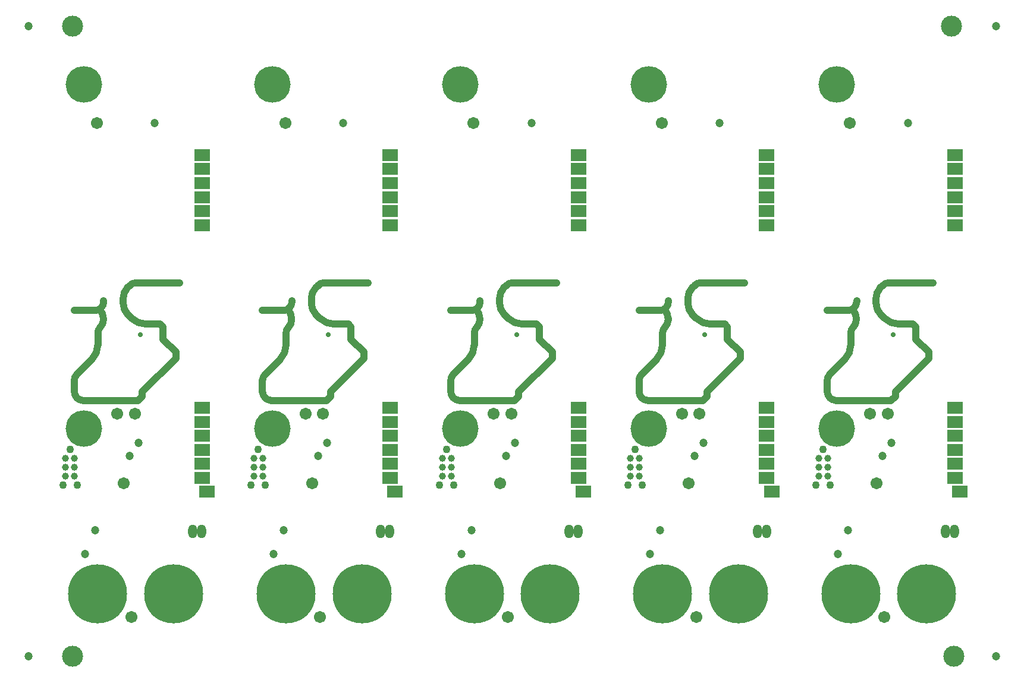
<source format=gts>
G04*
G04 #@! TF.GenerationSoftware,Altium Limited,Altium Designer,20.1.14 (287)*
G04*
G04 Layer_Color=8388736*
%FSAX25Y25*%
%MOIN*%
G70*
G04*
G04 #@! TF.SameCoordinates,1811FDE6-F90D-4AF7-B065-783B26A83BD4*
G04*
G04*
G04 #@! TF.FilePolarity,Negative*
G04*
G01*
G75*
%ADD10C,0.03937*%
%ADD16C,0.04724*%
%ADD21C,0.03937*%
%ADD81C,0.11811*%
%ADD82R,0.08674X0.06706*%
%ADD83C,0.33084*%
%ADD84C,0.03910*%
%ADD85C,0.04737*%
%ADD86C,0.06706*%
%ADD87O,0.05131X0.07690*%
%ADD88C,0.20485*%
%ADD89C,0.04343*%
%ADD90C,0.02769*%
D10*
X0056851Y0214172D02*
D03*
X0162364D02*
D03*
X0267878D02*
D03*
X0373391D02*
D03*
X0478904D02*
D03*
D16*
X0046458Y0072046D02*
D03*
X0052166Y0085275D02*
D03*
X0071418Y0127204D02*
D03*
X0076458Y0134330D02*
D03*
X0151971Y0072046D02*
D03*
X0157679Y0085275D02*
D03*
X0176932Y0127204D02*
D03*
X0181971Y0134330D02*
D03*
X0257484Y0072046D02*
D03*
X0263193Y0085275D02*
D03*
X0282445Y0127204D02*
D03*
X0287484Y0134330D02*
D03*
X0362997Y0072046D02*
D03*
X0368706Y0085275D02*
D03*
X0387958Y0127204D02*
D03*
X0392997Y0134330D02*
D03*
X0468510Y0072046D02*
D03*
X0474219Y0085275D02*
D03*
X0493471Y0127204D02*
D03*
X0498511Y0134330D02*
D03*
D21*
X0067757Y0212637D02*
G03*
X0070346Y0206386I0008839J0000000D01*
G01*
X0072263Y0204470D02*
G03*
X0080798Y0200934I0008535J0008535D01*
G01*
X0041745Y0172688D02*
G03*
X0040367Y0169361I0003327J-0003327D01*
G01*
X0050048Y0180991D02*
G03*
X0053584Y0189527I-0008535J0008535D01*
G01*
X0054883Y0199172D02*
G03*
X0053584Y0196036I0003137J-0003137D01*
G01*
X0054883Y0199172D02*
G03*
X0056694Y0203545I-0004372J0004372D01*
G01*
Y0203939D02*
G03*
X0054465Y0209319I-0007609J0000000D01*
G01*
X0070146Y0221286D02*
G03*
X0067757Y0215518I0005767J-0005767D01*
G01*
X0074775Y0224133D02*
G03*
X0071733Y0222873I0000000J-0004301D01*
G01*
X0051851Y0208582D02*
G03*
X0056851Y0213582I0000000J0005000D01*
G01*
X0040367Y0163189D02*
G03*
X0045367Y0158189I0005000J0000000D01*
G01*
X0070346Y0206386D02*
X0072263Y0204470D01*
X0080798Y0200934D02*
X0082821D01*
X0088406D01*
X0089947Y0199393D01*
Y0192536D02*
Y0199393D01*
Y0192536D02*
X0097228Y0185256D01*
Y0181635D02*
Y0185256D01*
X0078506Y0162913D02*
X0097228Y0181635D01*
X0078506Y0160563D02*
Y0162913D01*
X0076118Y0158175D02*
X0078506Y0160563D01*
X0040367Y0163189D02*
Y0169361D01*
X0041745Y0172688D02*
X0050048Y0180991D01*
X0053584Y0189527D02*
Y0196036D01*
X0056694Y0203545D02*
Y0203939D01*
X0067757Y0212637D02*
Y0215518D01*
X0070146Y0221286D02*
X0071733Y0222873D01*
X0074775Y0224133D02*
X0099528D01*
X0056851Y0213582D02*
Y0214172D01*
X0040367Y0208582D02*
X0051851D01*
X0045367Y0158189D02*
X0076118D01*
X0173270Y0212637D02*
G03*
X0175859Y0206386I0008839J0000000D01*
G01*
X0177776Y0204470D02*
G03*
X0186311Y0200934I0008535J0008535D01*
G01*
X0147258Y0172688D02*
G03*
X0145880Y0169361I0003327J-0003327D01*
G01*
X0155561Y0180991D02*
G03*
X0159097Y0189527I-0008535J0008535D01*
G01*
X0160396Y0199172D02*
G03*
X0159097Y0196036I0003137J-0003137D01*
G01*
X0160396Y0199172D02*
G03*
X0162207Y0203545I-0004372J0004372D01*
G01*
Y0203939D02*
G03*
X0159978Y0209319I-0007609J0000000D01*
G01*
X0175659Y0221286D02*
G03*
X0173270Y0215518I0005767J-0005767D01*
G01*
X0180288Y0224133D02*
G03*
X0177246Y0222873I0000000J-0004301D01*
G01*
X0157364Y0208582D02*
G03*
X0162364Y0213582I0000000J0005000D01*
G01*
X0145880Y0163189D02*
G03*
X0150880Y0158189I0005000J0000000D01*
G01*
X0175859Y0206386D02*
X0177776Y0204470D01*
X0186311Y0200934D02*
X0188334D01*
X0193920D01*
X0195460Y0199393D01*
Y0192536D02*
Y0199393D01*
Y0192536D02*
X0202741Y0185256D01*
Y0181635D02*
Y0185256D01*
X0184019Y0162913D02*
X0202741Y0181635D01*
X0184019Y0160563D02*
Y0162913D01*
X0181631Y0158175D02*
X0184019Y0160563D01*
X0145880Y0163189D02*
Y0169361D01*
X0147258Y0172688D02*
X0155561Y0180991D01*
X0159097Y0189527D02*
Y0196036D01*
X0162207Y0203545D02*
Y0203939D01*
X0173270Y0212637D02*
Y0215518D01*
X0175659Y0221286D02*
X0177246Y0222873D01*
X0180288Y0224133D02*
X0205042D01*
X0162364Y0213582D02*
Y0214172D01*
X0145880Y0208582D02*
X0157364D01*
X0150880Y0158189D02*
X0181631D01*
X0278783Y0212637D02*
G03*
X0281372Y0206386I0008839J0000000D01*
G01*
X0283289Y0204470D02*
G03*
X0291825Y0200934I0008535J0008535D01*
G01*
X0252772Y0172688D02*
G03*
X0251394Y0169361I0003327J-0003327D01*
G01*
X0261074Y0180991D02*
G03*
X0264610Y0189527I-0008535J0008535D01*
G01*
X0265909Y0199172D02*
G03*
X0264610Y0196036I0003137J-0003137D01*
G01*
X0265909Y0199172D02*
G03*
X0267720Y0203545I-0004372J0004372D01*
G01*
Y0203939D02*
G03*
X0265492Y0209319I-0007609J0000000D01*
G01*
X0281172Y0221286D02*
G03*
X0278783Y0215518I0005767J-0005767D01*
G01*
X0285801Y0224133D02*
G03*
X0282760Y0222873I0000000J-0004301D01*
G01*
X0262878Y0208582D02*
G03*
X0267878Y0213582I0000000J0005000D01*
G01*
X0251394Y0163189D02*
G03*
X0256394Y0158189I0005000J0000000D01*
G01*
X0281372Y0206386D02*
X0283289Y0204470D01*
X0291825Y0200934D02*
X0293847D01*
X0299433D01*
X0300974Y0199393D01*
Y0192536D02*
Y0199393D01*
Y0192536D02*
X0308254Y0185256D01*
Y0181635D02*
Y0185256D01*
X0289533Y0162913D02*
X0308254Y0181635D01*
X0289533Y0160563D02*
Y0162913D01*
X0287144Y0158175D02*
X0289533Y0160563D01*
X0251394Y0163189D02*
Y0169361D01*
X0252772Y0172688D02*
X0261074Y0180991D01*
X0264610Y0189527D02*
Y0196036D01*
X0267720Y0203545D02*
Y0203939D01*
X0278783Y0212637D02*
Y0215518D01*
X0281172Y0221286D02*
X0282760Y0222873D01*
X0285801Y0224133D02*
X0310555D01*
X0267878Y0213582D02*
Y0214172D01*
X0251394Y0208582D02*
X0262878D01*
X0256394Y0158189D02*
X0287144D01*
X0384296Y0212637D02*
G03*
X0386885Y0206386I0008839J0000000D01*
G01*
X0388802Y0204470D02*
G03*
X0397338Y0200934I0008535J0008535D01*
G01*
X0358285Y0172688D02*
G03*
X0356907Y0169361I0003327J-0003327D01*
G01*
X0366588Y0180991D02*
G03*
X0370123Y0189527I-0008535J0008535D01*
G01*
X0371423Y0199172D02*
G03*
X0370123Y0196036I0003137J-0003137D01*
G01*
X0371423Y0199172D02*
G03*
X0373234Y0203545I-0004372J0004372D01*
G01*
Y0203939D02*
G03*
X0371005Y0209319I-0007609J0000000D01*
G01*
X0386685Y0221286D02*
G03*
X0384296Y0215518I0005767J-0005767D01*
G01*
X0391314Y0224133D02*
G03*
X0388273Y0222873I0000000J-0004301D01*
G01*
X0368391Y0208582D02*
G03*
X0373391Y0213582I0000000J0005000D01*
G01*
X0356907Y0163189D02*
G03*
X0361907Y0158189I0005000J0000000D01*
G01*
X0386885Y0206386D02*
X0388802Y0204470D01*
X0397338Y0200934D02*
X0399360D01*
X0404946D01*
X0406487Y0199393D01*
Y0192536D02*
Y0199393D01*
Y0192536D02*
X0413767Y0185256D01*
Y0181635D02*
Y0185256D01*
X0395046Y0162913D02*
X0413767Y0181635D01*
X0395046Y0160563D02*
Y0162913D01*
X0392657Y0158175D02*
X0395046Y0160563D01*
X0356907Y0163189D02*
Y0169361D01*
X0358285Y0172688D02*
X0366588Y0180991D01*
X0370123Y0189527D02*
Y0196036D01*
X0373234Y0203545D02*
Y0203939D01*
X0384296Y0212637D02*
Y0215518D01*
X0386685Y0221286D02*
X0388273Y0222873D01*
X0391314Y0224133D02*
X0416068D01*
X0373391Y0213582D02*
Y0214172D01*
X0356907Y0208582D02*
X0368391D01*
X0361907Y0158189D02*
X0392657D01*
X0489810Y0212637D02*
G03*
X0492399Y0206386I0008839J0000000D01*
G01*
X0494315Y0204470D02*
G03*
X0502851Y0200934I0008535J0008535D01*
G01*
X0463798Y0172688D02*
G03*
X0462420Y0169361I0003327J-0003327D01*
G01*
X0472101Y0180991D02*
G03*
X0475636Y0189527I-0008535J0008535D01*
G01*
X0476936Y0199172D02*
G03*
X0475636Y0196036I0003137J-0003137D01*
G01*
X0476936Y0199172D02*
G03*
X0478747Y0203545I-0004372J0004372D01*
G01*
Y0203939D02*
G03*
X0476518Y0209319I-0007609J0000000D01*
G01*
X0492199Y0221286D02*
G03*
X0489810Y0215518I0005767J-0005767D01*
G01*
X0496828Y0224133D02*
G03*
X0493786Y0222873I0000000J-0004301D01*
G01*
X0473904Y0208582D02*
G03*
X0478904Y0213582I0000000J0005000D01*
G01*
X0462420Y0163189D02*
G03*
X0467420Y0158189I0005000J0000000D01*
G01*
X0492399Y0206386D02*
X0494315Y0204470D01*
X0502851Y0200934D02*
X0504874D01*
X0510459D01*
X0512000Y0199393D01*
Y0192536D02*
Y0199393D01*
Y0192536D02*
X0519281Y0185256D01*
Y0181635D02*
Y0185256D01*
X0500559Y0162913D02*
X0519281Y0181635D01*
X0500559Y0160563D02*
Y0162913D01*
X0498171Y0158175D02*
X0500559Y0160563D01*
X0462420Y0163189D02*
Y0169361D01*
X0463798Y0172688D02*
X0472101Y0180991D01*
X0475636Y0189527D02*
Y0196036D01*
X0478747Y0203545D02*
Y0203939D01*
X0489810Y0212637D02*
Y0215518D01*
X0492199Y0221286D02*
X0493786Y0222873D01*
X0496828Y0224133D02*
X0521581D01*
X0478904Y0213582D02*
Y0214172D01*
X0462420Y0208582D02*
X0473904D01*
X0467420Y0158189D02*
X0498171D01*
D81*
X0039370Y0367913D02*
D03*
X0533543Y0014764D02*
D03*
X0531890Y0367913D02*
D03*
X0039370Y0014764D02*
D03*
D82*
X0114706Y0107002D02*
D03*
X0111890Y0146221D02*
D03*
Y0138347D02*
D03*
Y0122599D02*
D03*
X0111969Y0114725D02*
D03*
X0111890Y0130473D02*
D03*
X0111969Y0154095D02*
D03*
X0111969Y0295827D02*
D03*
X0111890Y0272205D02*
D03*
X0111969Y0256457D02*
D03*
X0111890Y0264331D02*
D03*
Y0280079D02*
D03*
Y0287953D02*
D03*
X0220219Y0107002D02*
D03*
X0217403Y0146221D02*
D03*
Y0138347D02*
D03*
Y0122599D02*
D03*
X0217482Y0114725D02*
D03*
X0217403Y0130473D02*
D03*
X0217482Y0154095D02*
D03*
X0217482Y0295827D02*
D03*
X0217403Y0272205D02*
D03*
X0217482Y0256457D02*
D03*
X0217403Y0264331D02*
D03*
Y0280079D02*
D03*
Y0287953D02*
D03*
X0325732Y0107002D02*
D03*
X0322916Y0146221D02*
D03*
Y0138347D02*
D03*
Y0122599D02*
D03*
X0322995Y0114725D02*
D03*
X0322916Y0130473D02*
D03*
X0322995Y0154095D02*
D03*
X0322995Y0295827D02*
D03*
X0322916Y0272205D02*
D03*
X0322995Y0256457D02*
D03*
X0322916Y0264331D02*
D03*
Y0280079D02*
D03*
Y0287953D02*
D03*
X0431245Y0107002D02*
D03*
X0428430Y0146221D02*
D03*
Y0138347D02*
D03*
Y0122599D02*
D03*
X0428508Y0114725D02*
D03*
X0428430Y0130473D02*
D03*
X0428508Y0154095D02*
D03*
X0428508Y0295827D02*
D03*
X0428430Y0272205D02*
D03*
X0428508Y0256457D02*
D03*
X0428430Y0264331D02*
D03*
Y0280079D02*
D03*
Y0287953D02*
D03*
X0536759Y0107002D02*
D03*
X0533943Y0146221D02*
D03*
Y0138347D02*
D03*
Y0122599D02*
D03*
X0534021Y0114725D02*
D03*
X0533943Y0130473D02*
D03*
X0534021Y0154095D02*
D03*
X0534022Y0295827D02*
D03*
X0533943Y0272205D02*
D03*
X0534022Y0256457D02*
D03*
X0533943Y0264331D02*
D03*
Y0280079D02*
D03*
Y0287953D02*
D03*
D83*
X0053544Y0049605D02*
D03*
X0096064D02*
D03*
X0159057D02*
D03*
X0201577D02*
D03*
X0264571D02*
D03*
X0307090D02*
D03*
X0370084D02*
D03*
X0412604D02*
D03*
X0475597D02*
D03*
X0518117D02*
D03*
D84*
X0035532Y0125708D02*
D03*
X0040532D02*
D03*
X0035532Y0120708D02*
D03*
X0040532D02*
D03*
X0035532Y0115708D02*
D03*
X0040532D02*
D03*
X0141046Y0125708D02*
D03*
X0146046D02*
D03*
X0141046Y0120708D02*
D03*
X0146046D02*
D03*
X0141046Y0115708D02*
D03*
X0146046D02*
D03*
X0246559Y0125708D02*
D03*
X0251559D02*
D03*
X0246559Y0120708D02*
D03*
X0251559D02*
D03*
X0246559Y0115708D02*
D03*
X0251559D02*
D03*
X0352072Y0125708D02*
D03*
X0357072D02*
D03*
X0352072Y0120708D02*
D03*
X0357072D02*
D03*
X0352072Y0115708D02*
D03*
X0357072D02*
D03*
X0457585Y0125708D02*
D03*
X0462585D02*
D03*
X0457585Y0120708D02*
D03*
X0462585D02*
D03*
X0457585Y0115708D02*
D03*
X0462585D02*
D03*
D85*
X0014764Y0014764D02*
D03*
X0556890D02*
D03*
Y0367913D02*
D03*
X0014764D02*
D03*
X0085551Y0313780D02*
D03*
X0191064D02*
D03*
X0296578D02*
D03*
X0402091D02*
D03*
X0507604D02*
D03*
D86*
X0053150Y0313779D02*
D03*
X0068111Y0111810D02*
D03*
X0072442Y0036613D02*
D03*
X0074292Y0150708D02*
D03*
X0064450D02*
D03*
X0158664Y0313779D02*
D03*
X0173624Y0111810D02*
D03*
X0177955Y0036613D02*
D03*
X0179806Y0150708D02*
D03*
X0169963D02*
D03*
X0264177Y0313779D02*
D03*
X0279138Y0111810D02*
D03*
X0283468Y0036613D02*
D03*
X0285319Y0150708D02*
D03*
X0275476D02*
D03*
X0369690Y0313779D02*
D03*
X0384651Y0111810D02*
D03*
X0388982Y0036613D02*
D03*
X0390832Y0150708D02*
D03*
X0380989D02*
D03*
X0475203Y0313779D02*
D03*
X0490164Y0111810D02*
D03*
X0494495Y0036613D02*
D03*
X0496345Y0150708D02*
D03*
X0486503D02*
D03*
D87*
X0111694Y0084842D02*
D03*
X0106694D02*
D03*
X0217207D02*
D03*
X0212207D02*
D03*
X0322720D02*
D03*
X0317720D02*
D03*
X0428233D02*
D03*
X0423234D02*
D03*
X0533747D02*
D03*
X0528747D02*
D03*
D88*
X0045749Y0335393D02*
D03*
Y0142558D02*
D03*
X0151262Y0335393D02*
D03*
Y0142558D02*
D03*
X0256775Y0335393D02*
D03*
Y0142558D02*
D03*
X0362289Y0335393D02*
D03*
Y0142558D02*
D03*
X0467802Y0335393D02*
D03*
Y0142558D02*
D03*
D89*
X0038032Y0130708D02*
D03*
X0042032Y0110708D02*
D03*
X0034032D02*
D03*
X0143546Y0130708D02*
D03*
X0147546Y0110708D02*
D03*
X0139546D02*
D03*
X0249059Y0130708D02*
D03*
X0253059Y0110708D02*
D03*
X0245059D02*
D03*
X0354572Y0130708D02*
D03*
X0358572Y0110708D02*
D03*
X0350572D02*
D03*
X0460085Y0130708D02*
D03*
X0464085Y0110708D02*
D03*
X0456085D02*
D03*
D90*
X0077302Y0195131D02*
D03*
X0182815D02*
D03*
X0288328D02*
D03*
X0393842D02*
D03*
X0499355D02*
D03*
M02*

</source>
